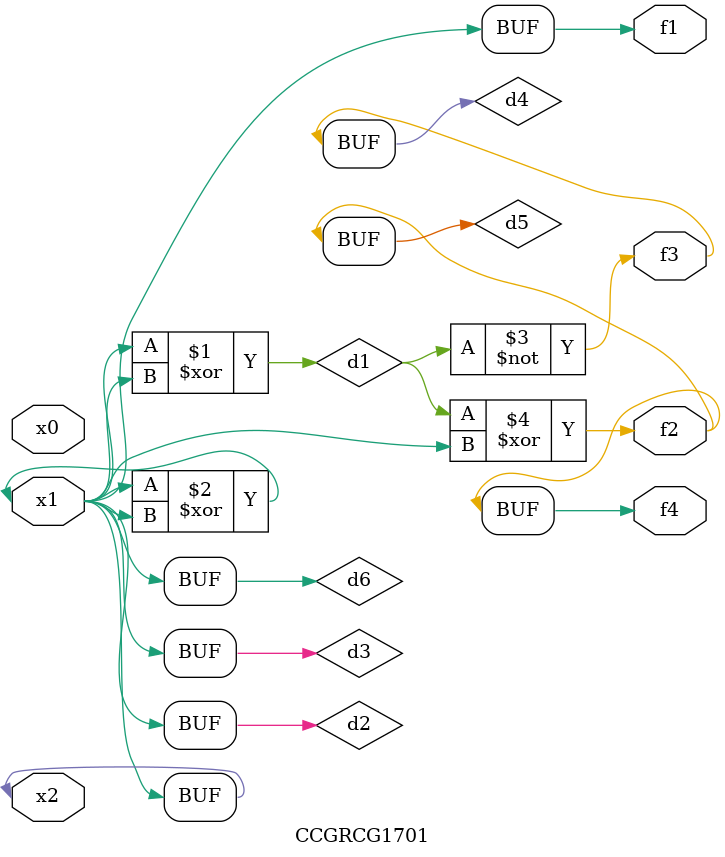
<source format=v>
module CCGRCG1701(
	input x0, x1, x2,
	output f1, f2, f3, f4
);

	wire d1, d2, d3, d4, d5, d6;

	xor (d1, x1, x2);
	buf (d2, x1, x2);
	xor (d3, x1, x2);
	nor (d4, d1);
	xor (d5, d1, d2);
	buf (d6, d2, d3);
	assign f1 = d6;
	assign f2 = d5;
	assign f3 = d4;
	assign f4 = d5;
endmodule

</source>
